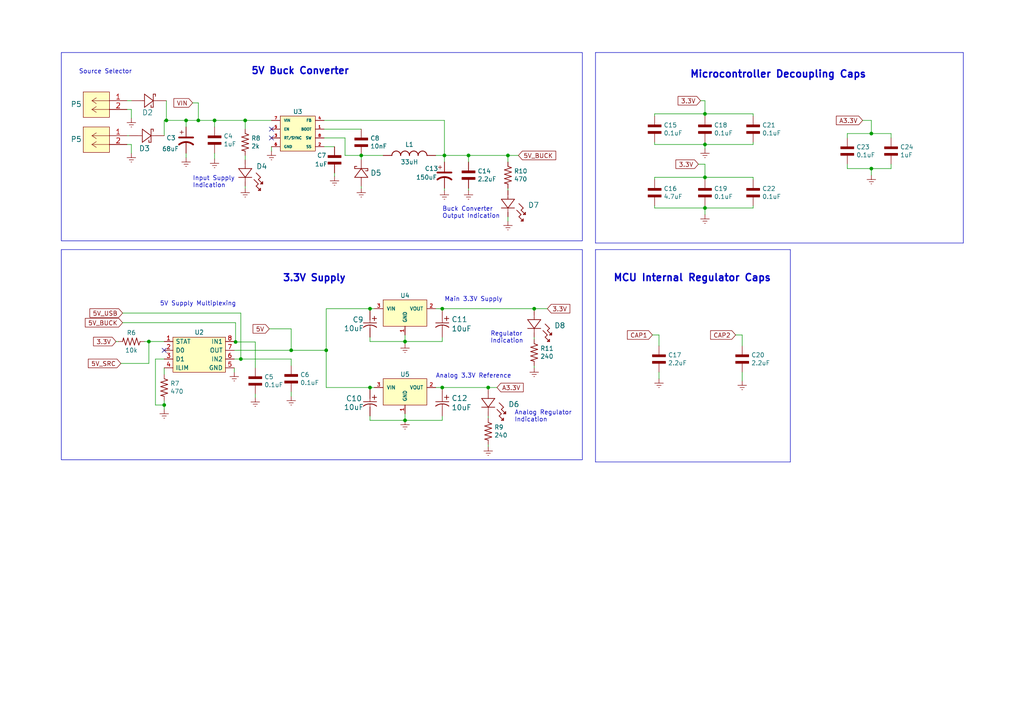
<source format=kicad_sch>
(kicad_sch (version 20230121) (generator eeschema)
  (paper "A4")
  (lib_symbols
    (symbol "Engine-Controller:CAP_0603" (pin_numbers hide) (pin_names (offset 1.016) hide)
      (property "Reference" "C" (at -1.27 3.81 0))
      (property "Value" "Engine-Controller_CAP_0603" (at -3.81 -3.81 0))
      (symbol "CAP_0603_0_0"
        (rectangle (start -1.27 -1.905) (end -0.635 1.905) (fill (type outline)))
        (rectangle (start 0.635 -1.905) (end 1.27 1.905) (fill (type outline)))
        (pin passive line (at 3.81 0 180) (length 2.54) (name "~") (number "1"))
        (pin passive line (at -3.81 0 0) (length 2.54) (name "~") (number "2"))
      )
    )
    (symbol "Engine-Controller:CAP_Polar" (pin_numbers hide) (pin_names (offset 0.254) hide)
      (property "Reference" "C" (at 0.635 2.54 0))
      (property "Value" "CAP_Polar" (at 0.635 -2.54 0))
      (symbol "CAP_Polar_0_1"
        (polyline (pts (xy -2.032 0.762) (xy 2.032 0.762)) (stroke (width 0.508)))
        (polyline (pts (xy -1.778 2.286) (xy -0.762 2.286)))
        (polyline (pts (xy -1.27 1.778) (xy -1.27 2.794)))
        (arc (start 2.032 -1.27) (mid 0 -0.5572) (end -2.032 -1.27) (stroke (width 0.508)))
      )
      (symbol "CAP_Polar_1_1"
        (pin passive line (at 0 3.81 270) (length 2.794) (name "~") (number "1"))
        (pin passive line (at 0 -3.81 90) (length 3.302) (name "~") (number "2"))
      )
    )
    (symbol "Engine-Controller:CBC3225T220KR" (pin_numbers hide) (pin_names (offset 1.016) hide)
      (property "Reference" "L" (at -2.54 2.54 0))
      (property "Value" "Engine-Controller_CBC3225T220KR" (at -7.62 -3.81 0))
      (symbol "CBC3225T220KR_0_0"
        (arc (start -2.54 0) (mid -3.81 1.2645) (end -5.08 0) (stroke (width 0.254)))
        (arc (start 0 0) (mid -1.27 1.2645) (end -2.54 0) (stroke (width 0.254)))
        (arc (start 2.54 0) (mid 1.27 1.2645) (end 0 0) (stroke (width 0.254)))
        (arc (start 5.08 0) (mid 3.81 1.2645) (end 2.54 0) (stroke (width 0.254)))
        (pin passive line (at -7.62 0 0) (length 2.54) (name "~") (number "1"))
        (pin passive line (at 7.62 0 180) (length 2.54) (name "~") (number "2"))
      )
    )
    (symbol "Engine-Controller:CWR11HH106KB" (pin_numbers hide) (pin_names (offset 1.651) hide)
      (property "Reference" "C" (at 3.81 3.81 0))
      (property "Value" "Engine-Controller_CWR11HH106KB" (at 3.81 -5.08 0))
      (symbol "CWR11HH106KB_1_1"
        (polyline (pts (xy 1.5748 1.27) (xy 2.8448 1.27)) (stroke (width 0.2032)))
        (polyline (pts (xy 2.2098 0.635) (xy 2.2098 1.905)) (stroke (width 0.2032)))
        (polyline (pts (xy 2.54 0) (xy 3.4798 0)) (stroke (width 0.1524)))
        (polyline (pts (xy 3.4798 -1.905) (xy 3.4798 1.905)) (stroke (width 0.2032)))
        (polyline (pts (xy 4.1148 0) (xy 5.08 0)) (stroke (width 0.1524)))
        (arc (start 4.7498 1.905) (mid 4.1148 0) (end 4.7498 -1.905) (stroke (width 0.254)))
        (pin passive line (at 0 0 0) (length 2.54) (name "1") (number "1"))
        (pin passive line (at 7.62 0 180) (length 2.54) (name "2") (number "2"))
      )
    )
    (symbol "Engine-Controller:Earth" (power) (pin_names (offset 0))
      (symbol "Earth_0_1"
        (polyline (pts (xy -0.635 -1.905) (xy 0.635 -1.905)))
        (polyline (pts (xy -0.127 -2.54) (xy 0.127 -2.54)))
        (polyline (pts (xy 0 -1.27) (xy 0 0)))
        (polyline (pts (xy 1.27 -1.27) (xy -1.27 -1.27)))
      )
      (symbol "Earth_1_1"
        (pin power_in line (at 0 0 270) (length 0) hide (name "Earth") (number "1"))
      )
    )
    (symbol "Engine-Controller:LM22672MRE-5.0_NOPB" (pin_names (offset 1.016))
      (property "Reference" "U" (at -1.27 8.89 0))
      (property "Value" "LM22672MRE-5.0_NOPB" (at 0 -11.43 0))
      (symbol "LM22672MRE-5.0_NOPB_0_1"
        (rectangle (start -5.08 6.35) (end 5.08 -3.81) (fill (type background)))
      )
      (symbol "LM22672MRE-5.0_NOPB_1_1"
        (pin input line (at 7.62 2.54 180) (length 2.54) (name "BOOT") (number "1"))
        (pin input line (at 7.62 -2.54 180) (length 2.54) (name "SS") (number "2"))
        (pin passive line (at -7.62 0 0) (length 2.54) (name "RT/SYNC") (number "3"))
        (pin input line (at 7.62 5.08 180) (length 2.54) (name "FB") (number "4"))
        (pin input line (at -7.62 2.54 0) (length 2.54) (name "EN") (number "5"))
        (pin input line (at -7.62 -2.54 0) (length 2.54) (name "GND") (number "6"))
        (pin input line (at -7.62 5.08 0) (length 2.54) (name "VIN") (number "7"))
        (pin output line (at 7.62 0 180) (length 2.54) (name "SW") (number "8"))
      )
    )
    (symbol "Engine-Controller:LMS8117AMP-3.3_NOPB" (pin_names (offset 1.016))
      (property "Reference" "U" (at -1.27 5.08 0))
      (property "Value" "LMS8117AMP-3.3_NOPB" (at 0 -11.43 0))
      (symbol "LMS8117AMP-3.3_NOPB_0_1"
        (rectangle (start -6.35 3.81) (end 6.35 -3.81) (fill (type background)))
      )
      (symbol "LMS8117AMP-3.3_NOPB_1_1"
        (pin input line (at 0 -6.35 90) (length 2.54) (name "GND") (number "1"))
        (pin power_out line (at 8.89 1.27 180) (length 2.54) (name "VOUT") (number "2"))
        (pin input line (at -8.89 1.27 0) (length 2.54) (name "VIN") (number "3"))
      )
    )
    (symbol "Engine-Controller:RB160VAM-60TR" (pin_numbers hide) (pin_names hide)
      (property "Reference" "D" (at 5.08 4.445 0))
      (symbol "RB160VAM-60TR_1_1"
        (polyline (pts (xy 3.81 -1.905) (xy 6.35 0)) (stroke (width 0.2032)))
        (polyline (pts (xy 3.81 1.905) (xy 3.81 -1.905)) (stroke (width 0.2032)))
        (polyline (pts (xy 5.715 -1.905) (xy 5.715 -1.27)) (stroke (width 0.2032)))
        (polyline (pts (xy 6.35 -1.905) (xy 5.715 -1.905)) (stroke (width 0.2032)))
        (polyline (pts (xy 6.35 -1.905) (xy 6.35 1.905)) (stroke (width 0.2032)))
        (polyline (pts (xy 6.35 0) (xy 3.81 1.905)) (stroke (width 0.2032)))
        (polyline (pts (xy 6.35 1.905) (xy 6.985 1.905)) (stroke (width 0.2032)))
        (polyline (pts (xy 6.985 1.905) (xy 6.985 1.27)) (stroke (width 0.2032)))
        (pin passive line (at 8.89 0 180) (length 2.54) (name "~") (number "1"))
        (pin passive line (at 1.27 0 0) (length 2.54) (name "~") (number "2"))
      )
    )
    (symbol "Engine-Controller:RES_0603" (pin_numbers hide) (pin_names (offset 1.016) hide)
      (property "Reference" "R" (at -1.27 1.27 0))
      (property "Value" "Engine-Controller_RES_0603" (at -3.81 -2.54 0))
      (symbol "RES_0603_0_0"
        (polyline (pts (xy -2.54 0) (xy -2.159 1.016)) (stroke (width 0.2032)))
        (polyline (pts (xy -2.159 1.016) (xy -1.524 -1.016)) (stroke (width 0.2032)))
        (polyline (pts (xy -1.524 -1.016) (xy -0.889 1.016)) (stroke (width 0.2032)))
        (polyline (pts (xy -0.889 1.016) (xy -0.254 -1.016)) (stroke (width 0.2032)))
        (polyline (pts (xy -0.254 -1.016) (xy 0.381 1.016)) (stroke (width 0.2032)))
        (polyline (pts (xy 0.381 1.016) (xy 1.016 -1.016)) (stroke (width 0.2032)))
        (polyline (pts (xy 1.016 -1.016) (xy 1.651 1.016)) (stroke (width 0.2032)))
        (polyline (pts (xy 1.651 1.016) (xy 2.286 -1.016)) (stroke (width 0.2032)))
        (polyline (pts (xy 2.286 -1.016) (xy 2.54 0)) (stroke (width 0.2032)))
        (pin passive line (at -3.81 0 0) (length 1.27) (name "~") (number "1"))
        (pin passive line (at 3.81 0 180) (length 1.27) (name "~") (number "2"))
      )
    )
    (symbol "Engine-Controller:SM5819PL-TP" (pin_numbers hide) (pin_names hide)
      (property "Reference" "D" (at 5.08 4.445 0))
      (symbol "SM5819PL-TP_1_1"
        (polyline (pts (xy 2.54 0) (xy 3.4798 0)) (stroke (width 0.1524)))
        (polyline (pts (xy 3.175 0) (xy 3.81 0)) (stroke (width 0.1524)))
        (polyline (pts (xy 3.81 -1.905) (xy 6.35 0)) (stroke (width 0.2032)))
        (polyline (pts (xy 3.81 1.905) (xy 3.81 -1.905)) (stroke (width 0.2032)))
        (polyline (pts (xy 5.715 -1.905) (xy 5.715 -1.27)) (stroke (width 0.2032)))
        (polyline (pts (xy 6.35 -1.905) (xy 5.715 -1.905)) (stroke (width 0.2032)))
        (polyline (pts (xy 6.35 -1.905) (xy 6.35 1.905)) (stroke (width 0.2032)))
        (polyline (pts (xy 6.35 0) (xy 3.81 1.905)) (stroke (width 0.2032)))
        (polyline (pts (xy 6.35 0) (xy 7.62 0)) (stroke (width 0.1524)))
        (polyline (pts (xy 6.35 1.905) (xy 6.985 1.905)) (stroke (width 0.2032)))
        (polyline (pts (xy 6.985 1.905) (xy 6.985 1.27)) (stroke (width 0.2032)))
        (pin passive line (at 10.16 0 180) (length 2.54) (name "~") (number "1"))
        (pin passive line (at 0 0 0) (length 2.54) (name "~") (number "2"))
      )
    )
    (symbol "Engine-Controller:SML-LX1206GC-TR" (pin_numbers hide) (pin_names hide)
      (property "Reference" "D" (at 3.81 5.08 0))
      (property "Value" "Engine-Controller_SML-LX1206GC-TR" (at 11.43 -10.16 0))
      (symbol "SML-LX1206GC-TR_1_1"
        (polyline (pts (xy -1.905 0) (xy 1.905 0)) (stroke (width 0.2032)))
        (polyline (pts (xy -1.905 2.54) (xy 0 0)) (stroke (width 0.2032)))
        (polyline (pts (xy 0 0) (xy 0 -1.27)) (stroke (width 0.1524)))
        (polyline (pts (xy 0 0) (xy 1.905 2.54)) (stroke (width 0.2032)))
        (polyline (pts (xy 0 3.175) (xy 0 2.54)) (stroke (width 0.1524)))
        (polyline (pts (xy 0 3.81) (xy 0 2.8702)) (stroke (width 0.1524)))
        (polyline (pts (xy 1.905 2.54) (xy -1.905 2.54)) (stroke (width 0.2032)))
        (polyline (pts (xy 2.54 -0.635) (xy 3.81 -1.905)) (stroke (width 0.2032)))
        (polyline (pts (xy 3.175 -2.54) (xy 4.445 -3.81)) (stroke (width 0.2032)))
        (polyline (pts (xy 3.175 1.27) (xy 4.445 0)) (stroke (width 0.2032)))
        (polyline (pts (xy 3.81 -3.81) (xy 4.445 -3.81)) (stroke (width 0.2032)))
        (polyline (pts (xy 3.81 -1.905) (xy 3.175 -2.54)) (stroke (width 0.2032)))
        (polyline (pts (xy 3.81 -0.635) (xy 5.08 -1.905)) (stroke (width 0.2032)))
        (polyline (pts (xy 4.445 -3.81) (xy 4.445 -3.175)) (stroke (width 0.2032)))
        (polyline (pts (xy 4.445 -3.175) (xy 3.81 -3.81)) (stroke (width 0.2032)))
        (polyline (pts (xy 4.445 -1.905) (xy 5.08 -1.905)) (stroke (width 0.2032)))
        (polyline (pts (xy 4.445 0) (xy 3.81 -0.635)) (stroke (width 0.2032)))
        (polyline (pts (xy 5.08 -1.905) (xy 5.08 -1.27)) (stroke (width 0.2032)))
        (polyline (pts (xy 5.08 -1.27) (xy 4.445 -1.905)) (stroke (width 0.2032)))
        (pin passive line (at 0 -2.54 90) (length 1.27) (name "1") (number "1"))
        (pin passive line (at 0 5.08 270) (length 1.27) (name "2") (number "2"))
      )
    )
    (symbol "Engine-Controller:TPS2115APWR" (pin_names (offset 0.762))
      (property "Reference" "U" (at -1.27 6.35 0))
      (symbol "TPS2115APWR_0_1"
        (rectangle (start -7.62 5.08) (end 7.62 -5.08) (fill (type background)))
      )
      (symbol "TPS2115APWR_1_1"
        (pin input line (at -10.16 3.81 0) (length 2.54) (name "STAT") (number "1"))
        (pin input line (at -10.16 1.27 0) (length 2.54) (name "D0") (number "2"))
        (pin input line (at -10.16 -1.27 0) (length 2.54) (name "D1") (number "3"))
        (pin input line (at -10.16 -3.81 0) (length 2.54) (name "ILIM") (number "4"))
        (pin passive line (at 10.16 -3.81 180) (length 2.54) (name "GND") (number "5"))
        (pin input line (at 10.16 -1.27 180) (length 2.54) (name "IN2") (number "6"))
        (pin power_out line (at 10.16 1.27 180) (length 2.54) (name "OUT") (number "7"))
        (pin input line (at 10.16 3.81 180) (length 2.54) (name "IN1") (number "8"))
      )
    )
    (symbol "Engine-Controller:UKL1C220KDDANATD" (pin_numbers hide) (pin_names (offset 0.254) hide)
      (property "Reference" "C" (at 0.635 2.54 0))
      (property "Value" "UKL1C220KDDANATD" (at 0.635 -2.54 0))
      (symbol "UKL1C220KDDANATD_0_1"
        (polyline (pts (xy -2.032 0.762) (xy 2.032 0.762)) (stroke (width 0.508)))
        (polyline (pts (xy -1.778 2.286) (xy -0.762 2.286)))
        (polyline (pts (xy -1.27 1.778) (xy -1.27 2.794)))
        (arc (start 2.032 -1.27) (mid 0 -0.5572) (end -2.032 -1.27) (stroke (width 0.508)))
      )
      (symbol "UKL1C220KDDANATD_1_1"
        (pin passive line (at 0 3.81 270) (length 2.794) (name "~") (number "1"))
        (pin passive line (at 0 -3.81 90) (length 3.302) (name "~") (number "2"))
      )
    )
    (symbol "Full-Flight-Computer:B2B-PH-K-SLFSN_JST" (pin_names (offset 0.254) hide)
      (property "Reference" "P" (at 8.89 6.35 0))
      (symbol "B2B-PH-K-SLFSN_JST_0_1"
        (rectangle (start 5.08 2.54) (end 12.7 -4.826) (stroke (width 0.1524)) (fill (type background)))
      )
      (symbol "B2B-PH-K-SLFSN_JST_1_1"
        (polyline (pts (xy 10.16 -2.54) (xy 5.08 -2.54)) (stroke (width 0.127)))
        (polyline (pts (xy 10.16 -2.54) (xy 8.89 -3.3782)) (stroke (width 0.127)))
        (polyline (pts (xy 10.16 -2.54) (xy 8.89 -1.7018)) (stroke (width 0.127)))
        (polyline (pts (xy 10.16 0) (xy 5.08 0)) (stroke (width 0.127)))
        (polyline (pts (xy 10.16 0) (xy 8.89 -0.8382)) (stroke (width 0.127)))
        (polyline (pts (xy 10.16 0) (xy 8.89 0.8382)) (stroke (width 0.127)))
        (pin passive line (at 0 0 0) (length 5.08) (name "5") (number "1"))
        (pin passive line (at 0 -2.54 0) (length 5.08) (name "6") (number "2"))
      )
    )
  )
  (junction (at 48.26 34.925))
  (junction (at 117.475 121.92))
  (junction (at 47.625 117.475))
  (junction (at 57.531 34.925))
  (junction (at 204.47 41.91))
  (junction (at 128.27 89.535))
  (junction (at 84.455 101.6))
  (junction (at 107.315 112.395))
  (junction (at 94.615 101.6))
  (junction (at 71.12 34.925))
  (junction (at 147.32 45.085))
  (junction (at 141.605 112.395))
  (junction (at 154.94 89.535))
  (junction (at 104.775 45.085))
  (junction (at 68.326 99.187))
  (junction (at 135.89 45.085))
  (junction (at 128.905 45.085))
  (junction (at 204.47 60.325))
  (junction (at 252.73 38.735))
  (junction (at 53.975 34.925))
  (junction (at 43.18 99.06))
  (junction (at 117.475 99.06))
  (junction (at 204.47 51.435))
  (junction (at 128.27 112.395))
  (junction (at 62.23 34.925))
  (junction (at 204.47 33.02))
  (junction (at 252.73 48.895))
  (junction (at 107.315 89.535))
  (junction (at 69.85 104.14))
  (no_connect (at 47.625 101.6))
  (no_connect (at 78.74 40.005))
  (no_connect (at 78.74 37.465))
  (wire (pts (xy 100.076 40.005) (xy 100.076 45.085)))
  (wire (pts (xy 94.615 101.6) (xy 94.615 112.395)))
  (wire (pts (xy 204.47 41.91) (xy 204.47 43.18)))
  (wire (pts (xy 107.315 90.17) (xy 107.315 89.535)))
  (wire (pts (xy 62.23 34.925) (xy 71.12 34.925)))
  (wire (pts (xy 104.775 45.085) (xy 111.125 45.085)))
  (wire (pts (xy 135.89 54.61) (xy 135.89 55.245)))
  (wire (pts (xy 38.1 31.75) (xy 38.1 34.29)))
  (wire (pts (xy 141.605 129.54) (xy 141.605 128.905)))
  (wire (pts (xy 35.052 105.41) (xy 43.18 105.41)))
  (wire (pts (xy 204.47 51.435) (xy 204.47 52.07)))
  (wire (pts (xy 45.085 117.475) (xy 47.625 117.475)))
  (wire (pts (xy 213.36 97.155) (xy 215.265 97.155)))
  (wire (pts (xy 69.85 104.14) (xy 67.945 104.14)))
  (wire (pts (xy 189.865 41.275) (xy 189.865 41.91)))
  (wire (pts (xy 204.47 29.21) (xy 204.47 33.02)))
  (wire (pts (xy 218.44 51.435) (xy 218.44 52.07)))
  (wire (pts (xy 141.605 120.65) (xy 141.605 121.285)))
  (wire (pts (xy 107.315 89.535) (xy 108.585 89.535)))
  (wire (pts (xy 203.2 29.21) (xy 204.47 29.21)))
  (wire (pts (xy 117.475 120.015) (xy 117.475 121.92)))
  (wire (pts (xy 93.98 34.925) (xy 128.905 34.925)))
  (wire (pts (xy 93.98 42.545) (xy 97.028 42.545)))
  (wire (pts (xy 189.865 51.435) (xy 204.47 51.435)))
  (wire (pts (xy 71.12 45.085) (xy 71.12 46.355)))
  (wire (pts (xy 191.135 97.155) (xy 191.135 100.33)))
  (wire (pts (xy 71.12 34.925) (xy 78.74 34.925)))
  (wire (pts (xy 158.75 89.535) (xy 154.94 89.535)))
  (polyline (pts (xy 229.235 133.985) (xy 172.72 133.985)))
  (wire (pts (xy 126.365 112.395) (xy 128.27 112.395)))
  (wire (pts (xy 35.56 93.599) (xy 68.326 93.599)))
  (wire (pts (xy 245.745 40.005) (xy 245.745 38.735)))
  (wire (pts (xy 191.135 107.95) (xy 191.135 109.855)))
  (wire (pts (xy 154.94 89.535) (xy 154.94 90.17)))
  (wire (pts (xy 53.975 34.925) (xy 57.531 34.925)))
  (wire (pts (xy 204.47 41.91) (xy 218.44 41.91)))
  (wire (pts (xy 107.315 113.03) (xy 107.315 112.395)))
  (wire (pts (xy 53.975 36.83) (xy 53.975 34.925)))
  (wire (pts (xy 107.315 112.395) (xy 108.585 112.395)))
  (wire (pts (xy 48.26 34.925) (xy 47.625 34.925)))
  (wire (pts (xy 154.94 97.79) (xy 154.94 98.425)))
  (wire (pts (xy 128.27 112.395) (xy 141.605 112.395)))
  (wire (pts (xy 189.865 33.02) (xy 189.865 33.655)))
  (wire (pts (xy 62.23 36.83) (xy 62.23 34.925)))
  (wire (pts (xy 71.12 37.465) (xy 71.12 34.925)))
  (wire (pts (xy 147.32 46.99) (xy 147.32 45.085)))
  (polyline (pts (xy 229.235 72.39) (xy 229.235 133.985)))
  (wire (pts (xy 250.19 34.925) (xy 252.73 34.925)))
  (wire (pts (xy 128.905 45.085) (xy 135.89 45.085)))
  (wire (pts (xy 48.26 29.21) (xy 48.26 34.925)))
  (wire (pts (xy 252.73 38.735) (xy 258.445 38.735)))
  (wire (pts (xy 36.83 39.37) (xy 37.465 39.37)))
  (wire (pts (xy 128.27 89.535) (xy 154.94 89.535)))
  (wire (pts (xy 126.365 89.535) (xy 128.27 89.535)))
  (wire (pts (xy 128.905 34.925) (xy 128.905 45.085)))
  (wire (pts (xy 78.74 42.545) (xy 78.74 43.815)))
  (wire (pts (xy 189.865 59.69) (xy 189.865 60.325)))
  (wire (pts (xy 107.315 121.92) (xy 117.475 121.92)))
  (wire (pts (xy 258.445 38.735) (xy 258.445 40.005)))
  (wire (pts (xy 204.47 41.91) (xy 204.47 41.275)))
  (wire (pts (xy 189.865 33.02) (xy 204.47 33.02)))
  (wire (pts (xy 107.315 120.65) (xy 107.315 121.92)))
  (wire (pts (xy 189.865 52.07) (xy 189.865 51.435)))
  (wire (pts (xy 67.945 99.06) (xy 68.326 99.187)))
  (wire (pts (xy 128.27 121.92) (xy 128.27 120.65)))
  (wire (pts (xy 252.73 34.925) (xy 252.73 38.735)))
  (wire (pts (xy 204.47 33.02) (xy 218.44 33.02)))
  (wire (pts (xy 141.605 112.395) (xy 141.605 113.03)))
  (wire (pts (xy 67.945 101.6) (xy 84.455 101.6)))
  (wire (pts (xy 84.455 104.14) (xy 84.455 106.045)))
  (wire (pts (xy 84.455 95.377) (xy 84.455 101.6)))
  (wire (pts (xy 48.26 34.925) (xy 53.975 34.925)))
  (wire (pts (xy 191.135 97.155) (xy 189.23 97.155)))
  (wire (pts (xy 33.655 99.06) (xy 34.29 99.06)))
  (wire (pts (xy 36.83 41.91) (xy 38.1 41.91)))
  (wire (pts (xy 189.865 60.325) (xy 204.47 60.325)))
  (wire (pts (xy 252.73 48.895) (xy 258.445 48.895)))
  (wire (pts (xy 47.625 117.475) (xy 47.625 118.745)))
  (wire (pts (xy 204.47 33.02) (xy 204.47 33.655)))
  (wire (pts (xy 107.315 97.79) (xy 107.315 99.06)))
  (wire (pts (xy 135.89 45.085) (xy 147.32 45.085)))
  (polyline (pts (xy 279.4 15.24) (xy 279.4 70.485)))
  (wire (pts (xy 74.041 114.3) (xy 74.041 115.316)))
  (wire (pts (xy 218.44 33.02) (xy 218.44 33.655)))
  (wire (pts (xy 36.83 31.75) (xy 38.1 31.75)))
  (wire (pts (xy 104.775 46.355) (xy 104.775 45.085)))
  (wire (pts (xy 36.83 29.21) (xy 38.1 29.21)))
  (wire (pts (xy 57.531 34.925) (xy 62.23 34.925)))
  (wire (pts (xy 47.625 39.37) (xy 47.625 34.925)))
  (wire (pts (xy 35.56 90.805) (xy 69.85 90.805)))
  (wire (pts (xy 38.1 41.91) (xy 38.1 44.45)))
  (wire (pts (xy 252.73 48.895) (xy 252.73 50.8)))
  (wire (pts (xy 68.326 99.187) (xy 74.041 99.187)))
  (wire (pts (xy 104.775 54.61) (xy 104.775 53.975)))
  (wire (pts (xy 94.615 112.395) (xy 107.315 112.395)))
  (wire (pts (xy 84.455 113.665) (xy 84.455 114.935)))
  (wire (pts (xy 97.028 50.165) (xy 97.028 51.181)))
  (wire (pts (xy 147.32 54.61) (xy 147.32 55.245)))
  (wire (pts (xy 204.47 51.435) (xy 218.44 51.435)))
  (wire (pts (xy 71.12 53.975) (xy 71.12 54.61)))
  (wire (pts (xy 100.076 45.085) (xy 104.775 45.085)))
  (wire (pts (xy 78.105 95.377) (xy 84.455 95.377)))
  (wire (pts (xy 43.18 99.06) (xy 47.625 99.06)))
  (wire (pts (xy 128.27 112.395) (xy 128.27 113.03)))
  (wire (pts (xy 154.94 106.68) (xy 154.94 106.045)))
  (wire (pts (xy 69.85 104.14) (xy 69.85 90.805)))
  (wire (pts (xy 47.625 106.68) (xy 47.625 108.585)))
  (wire (pts (xy 128.27 99.06) (xy 128.27 97.79)))
  (wire (pts (xy 93.98 37.465) (xy 104.775 37.465)))
  (wire (pts (xy 218.44 60.325) (xy 218.44 59.69)))
  (wire (pts (xy 94.615 89.535) (xy 107.315 89.535)))
  (wire (pts (xy 258.445 48.895) (xy 258.445 47.625)))
  (wire (pts (xy 67.945 106.68) (xy 67.945 107.95)))
  (wire (pts (xy 215.265 107.95) (xy 215.265 110.49)))
  (wire (pts (xy 117.475 99.695) (xy 117.475 99.06)))
  (polyline (pts (xy 172.72 72.39) (xy 229.235 72.39)))
  (wire (pts (xy 128.27 89.535) (xy 128.27 90.17)))
  (wire (pts (xy 55.88 29.845) (xy 57.531 29.845)))
  (wire (pts (xy 68.326 93.599) (xy 68.326 99.187)))
  (wire (pts (xy 245.745 38.735) (xy 252.73 38.735)))
  (polyline (pts (xy 279.4 70.485) (xy 172.72 70.485)))
  (wire (pts (xy 45.085 104.14) (xy 45.085 117.475)))
  (wire (pts (xy 128.905 46.99) (xy 128.905 45.085)))
  (wire (pts (xy 117.475 99.06) (xy 128.27 99.06)))
  (polyline (pts (xy 172.72 70.485) (xy 172.72 15.24)))
  (wire (pts (xy 147.32 45.085) (xy 150.368 45.085)))
  (wire (pts (xy 43.18 105.41) (xy 43.18 99.06)))
  (wire (pts (xy 47.625 116.205) (xy 47.625 117.475)))
  (wire (pts (xy 218.44 41.91) (xy 218.44 41.275)))
  (wire (pts (xy 204.47 47.625) (xy 204.47 51.435)))
  (wire (pts (xy 126.365 45.085) (xy 128.905 45.085)))
  (wire (pts (xy 62.23 44.45) (xy 62.23 46.101)))
  (wire (pts (xy 245.745 47.625) (xy 245.745 48.895)))
  (polyline (pts (xy 172.72 72.39) (xy 172.72 133.985)))
  (wire (pts (xy 117.475 121.92) (xy 128.27 121.92)))
  (wire (pts (xy 141.605 112.395) (xy 144.145 112.395)))
  (wire (pts (xy 147.32 62.865) (xy 147.32 64.135)))
  (wire (pts (xy 189.865 41.91) (xy 204.47 41.91)))
  (wire (pts (xy 69.85 104.14) (xy 84.455 104.14)))
  (wire (pts (xy 215.265 97.155) (xy 215.265 100.33)))
  (wire (pts (xy 47.625 104.14) (xy 45.085 104.14)))
  (wire (pts (xy 202.565 47.625) (xy 204.47 47.625)))
  (wire (pts (xy 53.975 44.45) (xy 53.975 45.72)))
  (wire (pts (xy 117.475 97.155) (xy 117.475 99.06)))
  (wire (pts (xy 94.615 101.6) (xy 94.615 89.535)))
  (wire (pts (xy 57.531 29.845) (xy 57.531 34.925)))
  (wire (pts (xy 245.745 48.895) (xy 252.73 48.895)))
  (wire (pts (xy 93.98 40.005) (xy 100.076 40.005)))
  (wire (pts (xy 74.041 99.187) (xy 74.041 106.68)))
  (wire (pts (xy 107.315 99.06) (xy 117.475 99.06)))
  (wire (pts (xy 128.905 54.61) (xy 128.905 55.245)))
  (wire (pts (xy 204.47 60.325) (xy 204.47 62.23)))
  (wire (pts (xy 204.47 60.325) (xy 204.47 59.69)))
  (wire (pts (xy 84.455 101.6) (xy 94.615 101.6)))
  (wire (pts (xy 41.91 99.06) (xy 43.18 99.06)))
  (polyline (pts (xy 172.72 15.24) (xy 279.4 15.24)))
  (wire (pts (xy 135.89 46.99) (xy 135.89 45.085)))
  (wire (pts (xy 204.47 60.325) (xy 218.44 60.325)))
  (rectangle (start 17.78 72.39) (end 168.91 133.35))
  (rectangle (start 17.78 15.24) (end 168.91 69.85))
  (text "Input Supply \nIndication\n" (at 55.88 54.61 0) (effects (font (size 1.27 1.27)) (justify left bottom)))
  (text "5V Buck Converter" (at 72.771 21.844 0) (effects (font (size 2.0066 2.0066) (thickness 0.4013) bold) (justify left bottom)))
  (text "Analog 3.3V Reference" (at 126.365 109.855 0) (effects (font (size 1.27 1.27)) (justify left bottom)))
  (text "5V Supply Multiplexing" (at 46.355 88.9 0) (effects (font (size 1.27 1.27)) (justify left bottom)))
  (text "Regulator\nIndication" (at 142.24 99.695 0) (effects (font (size 1.27 1.27)) (justify left bottom)))
  (text "Main 3.3V Supply" (at 128.905 87.63 0) (effects (font (size 1.27 1.27)) (justify left bottom)))
  (text "Source Selector\n" (at 22.86 21.59 0) (effects (font (size 1.27 1.27)) (justify left bottom)))
  (text "3.3V Supply\n" (at 81.915 81.915 0) (effects (font (size 2.0066 2.0066) (thickness 0.4013) bold) (justify left bottom)))
  (text "Analog Regulator\nIndication" (at 149.225 122.555 0) (effects (font (size 1.27 1.27)) (justify left bottom)))
  (text "Microcontroller Decoupling Caps" (at 200.025 22.86 0) (effects (font (size 2.06 2.06) (thickness 0.412) bold) (justify left bottom)))
  (text "Buck Converter\nOutput Indication" (at 128.27 63.5 0) (effects (font (size 1.27 1.27)) (justify left bottom)))
  (text "MCU Internal Regulator Caps" (at 177.8 81.915 0) (effects (font (size 2.06 2.06) (thickness 0.412) bold) (justify left bottom)))
  (global_label "5V_BUCK" (shape input) (at 150.368 45.085 0) (property "Intersheetrefs" "${INTERSHEET_REFS}" (effects hide)))
  (global_label "5V" (shape input) (at 78.105 95.377 180) (property "Intersheetrefs" "${INTERSHEET_REFS}" (effects hide)))
  (global_label "A3.3V" (shape input) (at 250.19 34.925 180) (property "Intersheetrefs" "${INTERSHEET_REFS}" (effects hide)))
  (global_label "CAP1" (shape input) (at 189.23 97.155 180) (property "Intersheetrefs" "${INTERSHEET_REFS}" (effects hide)))
  (global_label "5V_SRC" (shape input) (at 35.052 105.41 180) (property "Intersheetrefs" "${INTERSHEET_REFS}" (effects hide)))
  (global_label "3.3V" (shape input) (at 158.75 89.535 0) (property "Intersheetrefs" "${INTERSHEET_REFS}" (effects hide)))
  (global_label "VIN" (shape input) (at 55.88 29.845 180) (property "Intersheetrefs" "${INTERSHEET_REFS}" (effects hide)))
  (global_label "CAP2" (shape input) (at 213.36 97.155 180) (property "Intersheetrefs" "${INTERSHEET_REFS}" (effects hide)))
  (global_label "A3.3V" (shape input) (at 144.145 112.395 0) (property "Intersheetrefs" "${INTERSHEET_REFS}" (effects hide)))
  (global_label "3.3V" (shape input) (at 33.655 99.06 180) (property "Intersheetrefs" "${INTERSHEET_REFS}" (effects hide)))
  (global_label "5V_BUCK" (shape input) (at 35.56 93.599 180) (property "Intersheetrefs" "${INTERSHEET_REFS}" (effects hide)))
  (global_label "3.3V" (shape input) (at 202.565 47.625 180) (property "Intersheetrefs" "${INTERSHEET_REFS}" (effects hide)))
  (global_label "3.3V" (shape input) (at 203.2 29.21 180) (property "Intersheetrefs" "${INTERSHEET_REFS}" (effects hide)))
  (global_label "5V_USB" (shape input) (at 35.56 90.805 180) (property "Intersheetrefs" "${INTERSHEET_REFS}" (effects hide)))
  (symbol (lib_id "Engine-Controller:CAP_0603") (at 218.44 37.465 270) (unit 1)
    (property "Reference" "C21" (at 221.0562 36.2966 90) (effects (justify left)))
    (property "Value" "0.1uF" (at 221.0562 38.608 90) (effects (justify left)))
    (property "Footprint" "Engine-Controller:CAP_0603" (effects hide))
  )
  (symbol (lib_id "Engine-Controller:RES_0603") (at 38.1 99.06 180) (unit 1)
    (property "Reference" "R6" (at 38.1 96.52 0))
    (property "Value" "10k" (at 38.1 101.6 0))
    (property "Footprint" "Engine-Controller:RES_0603" (effects hide))
    (instances (project "Liquid-Rocket-Engine-Controller" (path "" (reference "R6") (unit 1))) (project "Engine-Controller" (path "" (reference "R8") (unit 1))))
  )
  (symbol (lib_id "Engine-Controller:Earth") (at 204.47 62.23 0) (unit 1)
    (property "Reference" "#PWR026" (effects hide))
    (property "Value" "Earth" (effects hide))
    (instances (project "Liquid-Rocket-Engine-Controller" (path "" (reference "#PWR026") (unit 1))) (project "Engine-Controller" (path "" (reference "#PWR021") (unit 1))))
  )
  (symbol (lib_id "Engine-Controller:Earth") (at 117.475 99.695 0) (unit 1)
    (property "Reference" "#PWR017" (effects hide))
    (property "Value" "Earth" (effects hide))
    (instances (project "Liquid-Rocket-Engine-Controller" (path "" (reference "#PWR017") (unit 1))) (project "Engine-Controller" (path "" (reference "#PWR0108") (unit 1))))
  )
  (symbol (lib_id "Engine-Controller:Earth") (at 117.475 121.92 0) (unit 1)
    (property "Reference" "#PWR018" (effects hide))
    (property "Value" "Earth" (effects hide))
    (instances (project "Liquid-Rocket-Engine-Controller" (path "" (reference "#PWR018") (unit 1))) (project "Engine-Controller" (path "" (reference "#PWR047") (unit 1))))
  )
  (symbol (lib_id "Engine-Controller:CWR11HH106KB") (at 107.315 90.17 270) (unit 1)
    (property "Reference" "C9" (at 102.235 92.71 90) (effects (font (size 1.524 1.524)) (justify left)))
    (property "Value" "10uF" (at 99.695 95.25 90) (effects (font (size 1.524 1.524)) (justify left)))
    (property "Footprint" "Engine-Controller:T491A106K010AT" (effects hide))
    (instances (project "Liquid-Rocket-Engine-Controller" (path "" (reference "C9") (unit 1))) (project "Engine-Controller" (path "" (reference "C6") (unit 1))))
  )
  (symbol (lib_id "Engine-Controller:SML-LX1206GC-TR") (at 71.12 51.435 0) (unit 1)
    (property "Reference" "D4" (at 74.295 48.26 0) (effects (font (size 1.524 1.524)) (justify left)))
    (property "Value" "SML-LX1206GC-TR" (effects hide))
    (property "Footprint" "Engine-Controller:SML-LX1206GC-TR" (effects hide))
    (instances (project "Liquid-Rocket-Engine-Controller" (path "" (reference "D4") (unit 1))) (project "Engine-Controller" (path "" (reference "D6") (unit 1))))
  )
  (symbol (lib_id "Full-Flight-Computer:B2B-PH-K-SLFSN_JST") (at 36.83 39.37 0) (mirror y) (unit 1)
    (property "Reference" "P5" (at 22.098 40.386 0) (effects (font (size 1.524 1.524))))
    (property "Value" "B2B-PH-K-SLFSN_JST" (effects hide))
    (property "Footprint" "Full-Flight-Computer:B2B-PH-K-SLFSN_JST" (effects hide))
    (instances (project "Base-Flight-Computer-Test" (path "" (reference "P5") (unit 1))) (project "Full-Flight-Computer" (path "" (reference "P2") (unit 1))) (project "Liquid-Rocket-Engine-Controller" (path "" (reference "P2") (unit 1))))
  )
  (symbol (lib_id "Engine-Controller:CAP_0603") (at 62.23 40.64 270) (unit 1)
    (property "Reference" "C4" (at 64.8462 39.4716 90) (effects (justify left)))
    (property "Value" "1uF" (at 64.8462 41.783 90) (effects (justify left)))
    (property "Footprint" "Engine-Controller:CAP_0603" (effects hide))
    (instances (project "Liquid-Rocket-Engine-Controller" (path "" (reference "C4") (unit 1))) (project "Engine-Controller" (path "" (reference "C2") (unit 1))))
  )
  (symbol (lib_id "Engine-Controller:RES_0603") (at 147.32 50.8 270) (unit 1)
    (property "Reference" "R10" (at 149.0726 49.6316 90) (effects (justify left)))
    (property "Value" "470" (at 149.0726 51.943 90) (effects (justify left)))
    (property "Footprint" "Engine-Controller:RES_0603" (effects hide))
    (instances (project "Liquid-Rocket-Engine-Controller" (path "" (reference "R10") (unit 1))) (project "Engine-Controller" (path "" (reference "R3") (unit 1))))
  )
  (symbol (lib_id "Engine-Controller:CBC3225T220KR") (at 118.745 45.085 0) (unit 1)
    (property "Reference" "L1" (at 118.745 41.91 0))
    (property "Value" "33uH" (at 118.745 46.99 0))
    (property "Footprint" "Engine-Controller:SRP1038A-330M" (effects hide))
  )
  (symbol (lib_id "Engine-Controller:CWR11HH106KB") (at 128.27 90.17 270) (unit 1)
    (property "Reference" "C11" (at 130.937 92.6338 90) (effects (font (size 1.524 1.524)) (justify left)))
    (property "Value" "10uF" (at 130.937 95.3262 90) (effects (font (size 1.524 1.524)) (justify left)))
    (property "Footprint" "Engine-Controller:T491A106K010AT" (effects hide))
    (instances (project "Liquid-Rocket-Engine-Controller" (path "" (reference "C11") (unit 1))) (project "Engine-Controller" (path "" (reference "C7") (unit 1))))
  )
  (symbol (lib_id "Engine-Controller:Earth") (at 97.028 51.181 0) (unit 1)
    (property "Reference" "#PWR015" (effects hide))
    (property "Value" "Earth" (effects hide))
    (instances (project "Liquid-Rocket-Engine-Controller" (path "" (reference "#PWR015") (unit 1))) (project "Engine-Controller" (path "" (reference "#PWR0106") (unit 1))))
  )
  (symbol (lib_id "Engine-Controller:RES_0603") (at 141.605 125.095 270) (unit 1)
    (property "Reference" "R9" (at 143.3576 123.9266 90) (effects (justify left)))
    (property "Value" "240" (at 143.3576 126.238 90) (effects (justify left)))
    (property "Footprint" "Engine-Controller:RES_0603" (effects hide))
    (instances (project "Liquid-Rocket-Engine-Controller" (path "" (reference "R9") (unit 1))) (project "Engine-Controller" (path "" (reference "R28") (unit 1))))
  )
  (symbol (lib_id "Engine-Controller:Earth") (at 53.975 45.72 0) (unit 1)
    (property "Reference" "#PWR08" (effects hide))
    (property "Value" "Earth" (effects hide))
    (instances (project "Liquid-Rocket-Engine-Controller" (path "" (reference "#PWR08") (unit 1))) (project "Engine-Controller" (path "" (reference "#PWR0104") (unit 1))))
  )
  (symbol (lib_id "Engine-Controller:CAP_0603") (at 218.44 55.88 270) (unit 1)
    (property "Reference" "C22" (at 221.0562 54.7116 90) (effects (justify left)))
    (property "Value" "0.1uF" (at 221.0562 57.023 90) (effects (justify left)))
    (property "Footprint" "Engine-Controller:CAP_0603" (effects hide))
  )
  (symbol (lib_id "Engine-Controller:LMS8117AMP-3.3_NOPB") (at 117.475 113.665 0) (unit 1)
    (property "Reference" "U5" (at 117.475 108.585 0))
    (property "Value" "LMS8117AMP-3.3_NOPB" (effects hide))
    (property "Footprint" "Engine-Controller:LMS8117AMP-3.3NOPB" (effects hide))
    (instances (project "Liquid-Rocket-Engine-Controller" (path "" (reference "U5") (unit 1))) (project "Engine-Controller" (path "" (reference "U10") (unit 1))))
  )
  (symbol (lib_id "Engine-Controller:CAP_0603") (at 258.445 43.815 270) (unit 1)
    (property "Reference" "C24" (at 261.0612 42.6466 90) (effects (justify left)))
    (property "Value" "1uF" (at 261.0612 44.958 90) (effects (justify left)))
    (property "Footprint" "Engine-Controller:CAP_0603" (effects hide))
    (instances (project "Liquid-Rocket-Engine-Controller" (path "" (reference "C24") (unit 1))) (project "Engine-Controller" (path "" (reference "C12") (unit 1))))
  )
  (symbol (lib_id "Engine-Controller:LM22672MRE-5.0_NOPB") (at 86.36 40.005 0) (unit 1)
    (property "Reference" "U3" (at 86.36 32.385 0))
    (property "Value" "LM22672MRE-5.0_NOPB" (effects hide))
    (property "Footprint" "Engine-Controller:LM22672MRE-5.0_NOPB" (effects hide))
    (instances (project "Liquid-Rocket-Engine-Controller" (path "" (reference "U3") (unit 1))) (project "Engine-Controller" (path "" (reference "U2") (unit 1))))
  )
  (symbol (lib_id "Engine-Controller:CAP_0603") (at 204.47 37.465 270) (unit 1)
    (property "Reference" "C18" (at 207.0862 36.2966 90) (effects (justify left)))
    (property "Value" "0.1uF" (at 207.0862 38.608 90) (effects (justify left)))
    (property "Footprint" "Engine-Controller:CAP_0603" (effects hide))
    (instances (project "Liquid-Rocket-Engine-Controller" (path "" (reference "C18") (unit 1))) (project "Engine-Controller" (path "" (reference "C11") (unit 1))))
  )
  (symbol (lib_id "Engine-Controller:Earth") (at 204.47 43.18 0) (unit 1)
    (property "Reference" "#PWR025" (effects hide))
    (property "Value" "Earth" (effects hide))
    (instances (project "Liquid-Rocket-Engine-Controller" (path "" (reference "#PWR025") (unit 1))) (project "Engine-Controller" (path "" (reference "#PWR0111") (unit 1))))
  )
  (symbol (lib_id "Engine-Controller:Earth") (at 47.625 118.745 0) (unit 1)
    (property "Reference" "#PWR07" (effects hide))
    (property "Value" "Earth" (effects hide))
    (instances (project "Liquid-Rocket-Engine-Controller" (path "" (reference "#PWR07") (unit 1))) (project "Engine-Controller" (path "" (reference "#PWR08") (unit 1))))
  )
  (symbol (lib_id "Engine-Controller:Earth") (at 38.1 34.29 0) (unit 1)
    (property "Reference" "#PWR061" (effects hide))
    (property "Value" "Earth" (effects hide))
    (instances (project "Liquid-Rocket-Engine-Controller" (path "" (reference "#PWR061") (unit 1))) (project "Engine-Controller" (path "" (reference "#PWR0103") (unit 1))))
  )
  (symbol (lib_id "Engine-Controller:CAP_0603") (at 74.041 110.49 270) (unit 1)
    (property "Reference" "C5" (at 76.6572 109.3216 90) (effects (justify left)))
    (property "Value" "0.1uF" (at 76.6572 111.633 90) (effects (justify left)))
    (property "Footprint" "Engine-Controller:CAP_0603" (effects hide))
    (instances (project "Liquid-Rocket-Engine-Controller" (path "" (reference "C5") (unit 1))) (project "Engine-Controller" (path "" (reference "C15") (unit 1))))
  )
  (symbol (lib_id "Engine-Controller:SM5819PL-TP") (at 37.465 39.37 0) (unit 1)
    (property "Reference" "D3" (at 41.91 43.053 0) (effects (font (size 1.524 1.524))))
    (property "Value" "SM5819PL-TP" (effects hide))
    (property "Footprint" "Engine-Controller:SM5819PL-TP" (effects hide))
    (instances (project "Liquid-Rocket-Engine-Controller" (path "" (reference "D3") (unit 1))) (project "Engine-Controller" (path "" (reference "D5") (unit 1))))
  )
  (symbol (lib_id "Engine-Controller:CAP_0603") (at 245.745 43.815 270) (unit 1)
    (property "Reference" "C23" (at 248.3612 42.6466 90) (effects (justify left)))
    (property "Value" "0.1uF" (at 248.3612 44.958 90) (effects (justify left)))
    (property "Footprint" "Engine-Controller:CAP_0603" (effects hide))
    (instances (project "Liquid-Rocket-Engine-Controller" (path "" (reference "C23") (unit 1))) (project "Engine-Controller" (path "" (reference "C13") (unit 1))))
  )
  (symbol (lib_id "Engine-Controller:Earth") (at 74.041 115.316 0) (unit 1)
    (property "Reference" "#PWR012" (effects hide))
    (property "Value" "Earth" (effects hide))
    (instances (project "Liquid-Rocket-Engine-Controller" (path "" (reference "#PWR012") (unit 1))) (project "Engine-Controller" (path "" (reference "#PWR010") (unit 1))))
  )
  (symbol (lib_id "Engine-Controller:Earth") (at 135.89 55.245 0) (unit 1)
    (property "Reference" "#PWR020" (effects hide))
    (property "Value" "Earth" (effects hide))
    (instances (project "Liquid-Rocket-Engine-Controller" (path "" (reference "#PWR020") (unit 1))) (project "Engine-Controller" (path "" (reference "#PWR019") (unit 1))))
  )
  (symbol (lib_id "Engine-Controller:CWR11HH106KB") (at 128.27 113.03 270) (unit 1)
    (property "Reference" "C12" (at 130.937 115.4938 90) (effects (font (size 1.524 1.524)) (justify left)))
    (property "Value" "10uF" (at 130.937 118.1862 90) (effects (font (size 1.524 1.524)) (justify left)))
    (property "Footprint" "Engine-Controller:T491A106K010AT" (effects hide))
    (instances (project "Liquid-Rocket-Engine-Controller" (path "" (reference "C12") (unit 1))) (project "Engine-Controller" (path "" (reference "C28") (unit 1))))
  )
  (symbol (lib_id "Engine-Controller:CAP_0603") (at 104.775 41.275 270) (unit 1)
    (property "Reference" "C8" (at 107.3912 40.1066 90) (effects (justify left)))
    (property "Value" "10nF" (at 107.3912 42.418 90) (effects (justify left)))
    (property "Footprint" "Engine-Controller:CAP_0603" (effects hide))
    (instances (project "Liquid-Rocket-Engine-Controller" (path "" (reference "C8") (unit 1))) (project "Engine-Controller" (path "" (reference "C4") (unit 1))))
  )
  (symbol (lib_id "Engine-Controller:Earth") (at 67.945 107.95 0) (unit 1)
    (property "Reference" "#PWR010" (effects hide))
    (property "Value" "Earth" (effects hide))
    (instances (project "Liquid-Rocket-Engine-Controller" (path "" (reference "#PWR010") (unit 1))) (project "Engine-Controller" (path "" (reference "#PWR09") (unit 1))))
  )
  (symbol (lib_id "Engine-Controller:CAP_0603") (at 84.455 109.855 270) (unit 1)
    (property "Reference" "C6" (at 87.0712 108.6866 90) (effects (justify left)))
    (property "Value" "0.1uF" (at 87.0712 110.998 90) (effects (justify left)))
    (property "Footprint" "Engine-Controller:CAP_0603" (effects hide))
    (instances (project "Liquid-Rocket-Engine-Controller" (path "" (reference "C6") (unit 1))) (project "Engine-Controller" (path "" (reference "C16") (unit 1))))
  )
  (symbol (lib_id "Engine-Controller:CWR11HH106KB") (at 107.315 113.03 270) (unit 1)
    (property "Reference" "C10" (at 100.33 115.57 90) (effects (font (size 1.524 1.524)) (justify left)))
    (property "Value" "10uF" (at 99.695 118.11 90) (effects (font (size 1.524 1.524)) (justify left)))
    (property "Footprint" "Engine-Controller:T491A106K010AT" (effects hide))
    (instances (project "Liquid-Rocket-Engine-Controller" (path "" (reference "C10") (unit 1))) (project "Engine-Controller" (path "" (reference "C27") (unit 1))))
  )
  (symbol (lib_id "Engine-Controller:SM5819PL-TP") (at 38.1 29.21 0) (unit 1)
    (property "Reference" "D2" (at 42.799 32.639 0) (effects (font (size 1.524 1.524))))
    (property "Value" "SM5819PL-TP" (effects hide))
    (property "Footprint" "Engine-Controller:SM5819PL-TP" (effects hide))
    (instances (project "Liquid-Rocket-Engine-Controller" (path "" (reference "D2") (unit 1))) (project "Engine-Controller" (path "" (reference "D4") (unit 1))))
  )
  (symbol (lib_id "Engine-Controller:Earth") (at 141.605 129.54 0) (unit 1)
    (property "Reference" "#PWR021" (effects hide))
    (property "Value" "Earth" (effects hide))
    (instances (project "Liquid-Rocket-Engine-Controller" (path "" (reference "#PWR021") (unit 1))) (project "Engine-Controller" (path "" (reference "#PWR048") (unit 1))))
  )
  (symbol (lib_id "Engine-Controller:CAP_0603") (at 189.865 55.88 270) (unit 1)
    (property "Reference" "C16" (at 192.4812 54.7116 90) (effects (justify left)))
    (property "Value" "4.7uF" (at 192.4812 57.023 90) (effects (justify left)))
    (property "Footprint" "Engine-Controller:CAP_0603" (effects hide))
    (instances (project "Liquid-Rocket-Engine-Controller" (path "" (reference "C16") (unit 1))) (project "Engine-Controller" (path "" (reference "C10") (unit 1))))
  )
  (symbol (lib_id "Engine-Controller:Earth") (at 38.1 44.45 0) (unit 1)
    (property "Reference" "#PWR05" (effects hide))
    (property "Value" "Earth" (effects hide))
    (instances (project "Liquid-Rocket-Engine-Controller" (path "" (reference "#PWR05") (unit 1))) (project "Engine-Controller" (path "" (reference "#PWR0103") (unit 1))))
  )
  (symbol (lib_id "Engine-Controller:TPS2115APWR") (at 57.785 102.87 0) (unit 1)
    (property "Reference" "U2" (at 57.785 96.393 0))
    (property "Value" "TPS2115APWR" (effects hide))
    (property "Footprint" "Engine-Controller:TPS2115APWR" (effects hide))
    (instances (project "Liquid-Rocket-Engine-Controller" (path "" (reference "U2") (unit 1))) (project "Engine-Controller" (path "" (reference "U6") (unit 1))))
  )
  (symbol (lib_id "Engine-Controller:Earth") (at 128.905 55.245 0) (unit 1)
    (property "Reference" "#PWR019" (effects hide))
    (property "Value" "Earth" (effects hide))
    (instances (project "Liquid-Rocket-Engine-Controller" (path "" (reference "#PWR019") (unit 1))) (project "Engine-Controller" (path "" (reference "#PWR018") (unit 1))))
  )
  (symbol (lib_id "Engine-Controller:CAP_0603") (at 204.47 55.88 270) (unit 1)
    (property "Reference" "C19" (at 207.0862 54.7116 90) (effects (justify left)))
    (property "Value" "0.1uF" (at 207.0862 57.023 90) (effects (justify left)))
    (property "Footprint" "Engine-Controller:CAP_0603" (effects hide))
    (instances (project "Liquid-Rocket-Engine-Controller" (path "" (reference "C19") (unit 1))) (project "Engine-Controller" (path "" (reference "C14") (unit 1))))
  )
  (symbol (lib_id "Engine-Controller:RES_0603") (at 154.94 102.235 270) (unit 1)
    (property "Reference" "R11" (at 156.6926 101.0666 90) (effects (justify left)))
    (property "Value" "240" (at 156.6926 103.378 90) (effects (justify left)))
    (property "Footprint" "Engine-Controller:RES_0603" (effects hide))
    (instances (project "Liquid-Rocket-Engine-Controller" (path "" (reference "R11") (unit 1))) (project "Engine-Controller" (path "" (reference "R5") (unit 1))))
  )
  (symbol (lib_id "Engine-Controller:CAP_0603") (at 189.865 37.465 270) (unit 1)
    (property "Reference" "C15" (at 192.4812 36.2966 90) (effects (justify left)))
    (property "Value" "0.1uF" (at 192.4812 38.608 90) (effects (justify left)))
    (property "Footprint" "Engine-Controller:CAP_0603" (effects hide))
    (instances (project "Liquid-Rocket-Engine-Controller" (path "" (reference "C15") (unit 1))) (project "Engine-Controller" (path "" (reference "C9") (unit 1))))
  )
  (symbol (lib_id "Engine-Controller:SML-LX1206GC-TR") (at 147.32 60.325 0) (unit 1)
    (property "Reference" "D7" (at 153.1366 59.4868 0) (effects (font (size 1.524 1.524)) (justify left)))
    (property "Value" "SML-LX1206GC-TR" (effects hide))
    (property "Footprint" "Engine-Controller:SML-LX1206GC-TR" (effects hide))
  )
  (symbol (lib_id "Engine-Controller:RES_0603") (at 47.625 112.395 270) (unit 1)
    (property "Reference" "R7" (at 49.3776 111.2266 90) (effects (justify left)))
    (property "Value" "470" (at 49.3776 113.538 90) (effects (justify left)))
    (property "Footprint" "Engine-Controller:RES_0603" (effects hide))
    (instances (project "Liquid-Rocket-Engine-Controller" (path "" (reference "R7") (unit 1))) (project "Engine-Controller" (path "" (reference "R9") (unit 1))))
  )
  (symbol (lib_id "Engine-Controller:CAP_0603") (at 215.265 104.14 270) (unit 1)
    (property "Reference" "C20" (at 217.8812 102.9716 90) (effects (justify left)))
    (property "Value" "2.2uF" (at 217.8812 105.283 90) (effects (justify left)))
    (property "Footprint" "Engine-Controller:CAP_0603" (effects hide))
    (instances (project "Liquid-Rocket-Engine-Controller" (path "" (reference "C20") (unit 1))) (project "Engine-Controller" (path "" (reference "C26") (unit 1))))
  )
  (symbol (lib_id "Engine-Controller:SML-LX1206GC-TR") (at 154.94 95.25 0) (unit 1)
    (property "Reference" "D8" (at 160.7566 94.4118 0) (effects (font (size 1.524 1.524)) (justify left)))
    (property "Value" "SML-LX1206GC-TR" (effects hide))
    (property "Footprint" "Engine-Controller:SML-LX1206GC-TR" (effects hide))
    (instances (project "Liquid-Rocket-Engine-Controller" (path "" (reference "D8") (unit 1))) (project "Engine-Controller" (path "" (reference "D3") (unit 1))))
  )
  (symbol (lib_id "Engine-Controller:Earth") (at 191.135 109.855 0) (unit 1)
    (property "Reference" "#PWR024" (effects hide))
    (property "Value" "Earth" (effects hide))
    (instances (project "Liquid-Rocket-Engine-Controller" (path "" (reference "#PWR024") (unit 1))) (project "Engine-Controller" (path "" (reference "#PWR0110") (unit 1))))
  )
  (symbol (lib_id "Engine-Controller:Earth") (at 104.775 54.61 0) (unit 1)
    (property "Reference" "#PWR016" (effects hide))
    (property "Value" "Earth" (effects hide))
  )
  (symbol (lib_id "Engine-Controller:Earth") (at 252.73 50.8 0) (unit 1)
    (property "Reference" "#PWR029" (effects hide))
    (property "Value" "Earth" (effects hide))
    (instances (project "Liquid-Rocket-Engine-Controller" (path "" (reference "#PWR029") (unit 1))) (project "Engine-Controller" (path "" (reference "#PWR0102") (unit 1))))
  )
  (symbol (lib_id "Engine-Controller:RB160VAM-60TR") (at 104.775 55.245 90) (unit 1)
    (property "Reference" "D5" (at 107.4166 50.165 90) (effects (font (size 1.524 1.524)) (justify right)))
    (property "Value" "RB160VAM-60TR" (effects hide))
    (property "Footprint" "Engine-Controller:RB160VAM-60TR" (effects hide))
    (instances (project "Liquid-Rocket-Engine-Controller" (path "" (reference "D5") (unit 1))) (project "Engine-Controller" (path "" (reference "D2") (unit 1))))
  )
  (symbol (lib_id "Engine-Controller:CAP_0603") (at 97.028 46.355 270) (unit 1)
    (property "Reference" "C7" (at 91.948 45.085 90) (effects (justify left)))
    (property "Value" "1uF" (at 91.313 47.625 90) (effects (justify left)))
    (property "Footprint" "Engine-Controller:CAP_0603" (effects hide))
    (instances (project "Liquid-Rocket-Engine-Controller" (path "" (reference "C7") (unit 1))) (project "Engine-Controller" (path "" (reference "C3") (unit 1))))
  )
  (symbol (lib_id "Engine-Controller:Earth") (at 147.32 64.135 0) (unit 1)
    (property "Reference" "#PWR022" (effects hide))
    (property "Value" "Earth" (effects hide))
    (instances (project "Liquid-Rocket-Engine-Controller" (path "" (reference "#PWR022") (unit 1))) (project "Engine-Controller" (path "" (reference "#PWR013") (unit 1))))
  )
  (symbol (lib_id "Engine-Controller:Earth") (at 154.94 106.68 0) (unit 1)
    (property "Reference" "#PWR023" (effects hide))
    (property "Value" "Earth" (effects hide))
    (instances (project "Liquid-Rocket-Engine-Controller" (path "" (reference "#PWR023") (unit 1))) (project "Engine-Controller" (path "" (reference "#PWR0109") (unit 1))))
  )
  (symbol (lib_id "Engine-Controller:Earth") (at 78.74 43.815 0) (unit 1)
    (property "Reference" "#PWR013" (effects hide))
    (property "Value" "Earth" (effects hide))
    (instances (project "Liquid-Rocket-Engine-Controller" (path "" (reference "#PWR013") (unit 1))) (project "Engine-Controller" (path "" (reference "#PWR0107") (unit 1))))
  )
  (symbol (lib_id "Full-Flight-Computer:B2B-PH-K-SLFSN_JST") (at 36.83 29.21 0) (mirror y) (unit 1)
    (property "Reference" "P5" (at 22.098 30.226 0) (effects (font (size 1.524 1.524))))
    (property "Value" "B2B-PH-K-SLFSN_JST" (effects hide))
    (property "Footprint" "Full-Flight-Computer:B2B-PH-K-SLFSN_JST" (effects hide))
    (instances (project "Base-Flight-Computer-Test" (path "" (reference "P5") (unit 1))) (project "Full-Flight-Computer" (path "" (reference "P2") (unit 1))) (project "Liquid-Rocket-Engine-Controller" (path "" (reference "P11") (unit 1))))
  )
  (symbol (lib_id "Engine-Controller:LMS8117AMP-3.3_NOPB") (at 117.475 90.805 0) (unit 1)
    (property "Reference" "U4" (at 117.475 85.725 0))
    (property "Value" "LMS8117AMP-3.3_NOPB" (effects hide))
    (property "Footprint" "Engine-Controller:LMS8117AMP-3.3NOPB" (effects hide))
    (instances (project "Liquid-Rocket-Engine-Controller" (path "" (reference "U4") (unit 1))) (project "Engine-Controller" (path "" (reference "U3") (unit 1))))
  )
  (symbol (lib_id "Engine-Controller:Earth") (at 215.265 110.49 0) (unit 1)
    (property "Reference" "#PWR027" (effects hide))
    (property "Value" "Earth" (effects hide))
    (instances (project "Liquid-Rocket-Engine-Controller" (path "" (reference "#PWR027") (unit 1))) (project "Engine-Controller" (path "" (reference "#PWR017") (unit 1))))
  )
  (symbol (lib_id "Engine-Controller:Earth") (at 62.23 46.101 0) (unit 1)
    (property "Reference" "#PWR09" (effects hide))
    (property "Value" "Earth" (effects hide))
    (instances (project "Liquid-Rocket-Engine-Controller" (path "" (reference "#PWR09") (unit 1))) (project "Engine-Controller" (path "" (reference "#PWR0105") (unit 1))))
  )
  (symbol (lib_id "Engine-Controller:SML-LX1206GC-TR") (at 141.605 118.11 0) (unit 1)
    (property "Reference" "D6" (at 147.4216 117.2718 0) (effects (font (size 1.524 1.524)) (justify left)))
    (property "Value" "SML-LX1206GC-TR" (effects hide))
    (property "Footprint" "Engine-Controller:SML-LX1206GC-TR" (effects hide))
    (instances (project "Liquid-Rocket-Engine-Controller" (path "" (reference "D6") (unit 1))) (project "Engine-Controller" (path "" (reference "D9") (unit 1))))
  )
  (symbol (lib_id "Engine-Controller:RES_0603") (at 71.12 41.275 270) (unit 1)
    (property "Reference" "R8" (at 72.8726 40.1066 90) (effects (justify left)))
    (property "Value" "2k" (at 72.8726 42.418 90) (effects (justify left)))
    (property "Footprint" "Engine-Controller:RES_0603" (effects hide))
    (instances (project "Liquid-Rocket-Engine-Controller" (path "" (reference "R8") (unit 1))) (project "Engine-Controller" (path "" (reference "R2") (unit 1))))
  )
  (symbol (lib_id "Engine-Controller:CAP_Polar") (at 128.905 50.8 0) (unit 1)
    (property "Reference" "C13" (at 123.19 48.895 0) (effects (justify left)))
    (property "Value" "150uF" (at 120.65 51.435 0) (effects (justify left)))
    (property "Footprint" "Engine-Controller:EEEFP1E151AL" (effects hide))
    (instances (project "Liquid-Rocket-Engine-Controller" (path "" (reference "C13") (unit 1))) (project "Engine-Controller" (path "" (reference "C5") (unit 1))))
  )
  (symbol (lib_id "Engine-Controller:CAP_0603") (at 191.135 104.14 270) (unit 1)
    (property "Reference" "C17" (at 193.7512 102.9716 90) (effects (justify left)))
    (property "Value" "2.2uF" (at 193.7512 105.283 90) (effects (justify left)))
    (property "Footprint" "Engine-Controller:CAP_0603" (effects hide))
    (instances (project "Liquid-Rocket-Engine-Controller" (path "" (reference "C17") (unit 1))) (project "Engine-Controller" (path "" (reference "C23") (unit 1))))
  )
  (symbol (lib_id "Engine-Controller:Earth") (at 71.12 54.61 0) (unit 1)
    (property "Reference" "#PWR011" (effects hide))
    (property "Value" "Earth" (effects hide))
    (instances (project "Liquid-Rocket-Engine-Controller" (path "" (reference "#PWR011") (unit 1))) (project "Engine-Controller" (path "" (reference "#PWR012") (unit 1))))
  )
  (symbol (lib_id "Engine-Controller:CAP_0603") (at 135.89 50.8 270) (unit 1)
    (property "Reference" "C14" (at 138.5062 49.6316 90) (effects (justify left)))
    (property "Value" "2.2uF" (at 138.5062 51.943 90) (effects (justify left)))
    (property "Footprint" "Engine-Controller:CAP_0603" (effects hide))
    (instances (project "Liquid-Rocket-Engine-Controller" (path "" (reference "C14") (unit 1))) (project "Engine-Controller" (path "" (reference "C17") (unit 1))))
  )
  (symbol (lib_id "Engine-Controller:Earth") (at 84.455 114.935 0) (unit 1)
    (property "Reference" "#PWR014" (effects hide))
    (property "Value" "Earth" (effects hide))
    (instances (project "Liquid-Rocket-Engine-Controller" (path "" (reference "#PWR014") (unit 1))) (project "Engine-Controller" (path "" (reference "#PWR011") (unit 1))))
  )
  (symbol (lib_id "Engine-Controller:UKL1C220KDDANATD") (at 53.975 40.64 0) (unit 1)
    (property "Reference" "C3" (at 48.26 40.005 0) (effects (justify left)))
    (property "Value" "68uF" (at 46.99 43.18 0) (effects (justify left)))
    (property "Footprint" "Engine-Controller:EEEFPV680XAP" (effects hide))
    (instances (project "Liquid-Rocket-Engine-Controller" (path "" (reference "C3") (unit 1))) (project "Engine-Controller" (path "" (reference "C1") (unit 1))))
  )
)
</source>
